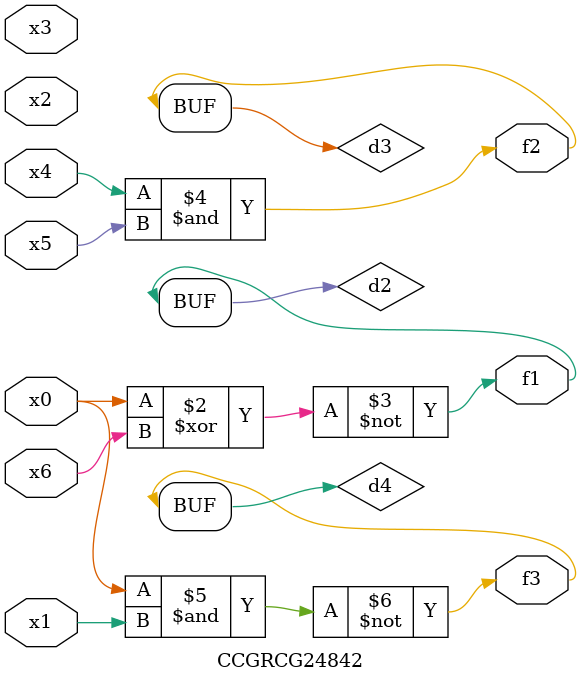
<source format=v>
module CCGRCG24842(
	input x0, x1, x2, x3, x4, x5, x6,
	output f1, f2, f3
);

	wire d1, d2, d3, d4;

	nor (d1, x0);
	xnor (d2, x0, x6);
	and (d3, x4, x5);
	nand (d4, x0, x1);
	assign f1 = d2;
	assign f2 = d3;
	assign f3 = d4;
endmodule

</source>
